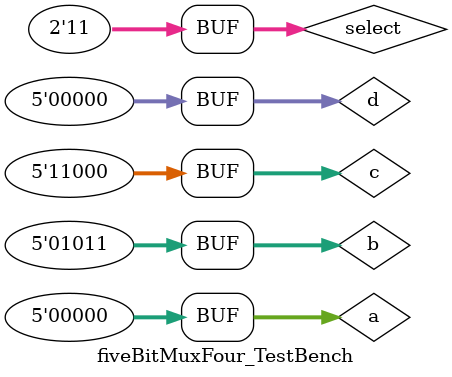
<source format=v>
`define DELAY 20
module fiveBitMuxFour_TestBench();
	// Declaring variables
	reg [4:0]a, b, c, d;
	reg [1:0]select;
	wire [4:0]result;
	
	// Calling module to test
	fiveBitMuxFour fbm(result, a, b, c, d, select);
	
	
	// Test values
	initial begin
		a = 5'b10001; b = 5'b01010; c = 5'b00010; d = 5'b11010; select = 2'b00;
		#`DELAY;
		a = 5'b00010; b = 5'b11010; c = 5'b00001; d = 5'b00111; select = 2'b00;
		#`DELAY;
		a = 5'b00111; b = 5'b11101; c = 5'b10001; d = 5'b01010; select = 2'b01;
		#`DELAY;
		a = 5'b00110; b = 5'b10001; c = 5'b11000; d = 5'b00000; select = 2'b01;
		#`DELAY;
		a = 5'b11000; b = 5'b00000; c = 5'b00110; d = 5'b10001; select = 2'b10;
		#`DELAY;
		a = 5'b10011; b = 5'b00100; c = 5'b00001; d = 5'b00111; select = 2'b10;
		#`DELAY;
		a = 5'b00001; b = 5'b00111; c = 5'b00000; d = 5'b01011; select = 2'b11;
		#`DELAY;
		a = 5'b00000; b = 5'b01011; c = 5'b11000; d = 5'b00000; select = 2'b11;
	end
	
	
	// Monitoring changes
	initial begin
		$monitor("Time=%2d, a=%5b, b=%5b, c=%5b, d=%5b, select=%2b, result=%5b", $time, a, b, c, d, select, result);
	end
 
endmodule
</source>
